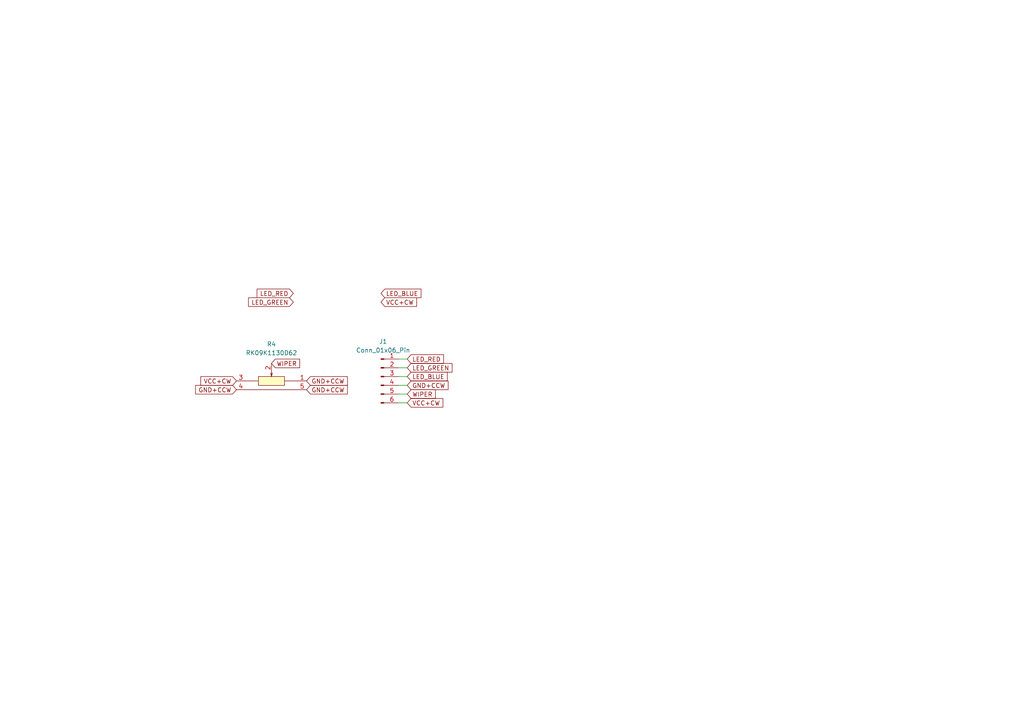
<source format=kicad_sch>
(kicad_sch (version 20250114) (generator "eeschema") (generator_version "9.0")
  (paper "A4")
  (title_block (title "Charge Potentiometer_RGB") (date "2026-02-20") (rev "Mk 0.1") (company "clectric.diy") (comment 1 "Copyright © 2026 clectric.diy Licensed under CERN-OHL-W v2") (comment 2 "Charles H. Leggett"))
  (lib_symbols
    (symbol "Connector:Conn_01x06_Pin" (pin_names (offset 1.016) (hide yes))
      (property "Reference" "J" (at 0 7.62 0))
      (property "Value" "Conn_01x06_Pin" (at 0 -10.16 0))
      (symbol "Conn_01x06_Pin_1_1"
        (rectangle (start 0.8636 5.207) (end 0 4.953) (stroke (width 0.1524)) (fill (type outline)))
        (rectangle (start 0.8636 2.667) (end 0 2.413) (stroke (width 0.1524)) (fill (type outline)))
        (rectangle (start 0.8636 0.127) (end 0 -0.127) (stroke (width 0.1524)) (fill (type outline)))
        (rectangle (start 0.8636 -2.413) (end 0 -2.667) (stroke (width 0.1524)) (fill (type outline)))
        (rectangle (start 0.8636 -4.953) (end 0 -5.207) (stroke (width 0.1524)) (fill (type outline)))
        (rectangle (start 0.8636 -7.493) (end 0 -7.747) (stroke (width 0.1524)) (fill (type outline)))
        (polyline (pts (xy 1.27 5.08) (xy 0.8636 5.08)) (stroke (width 0.1524)))
        (polyline (pts (xy 1.27 2.54) (xy 0.8636 2.54)) (stroke (width 0.1524)))
        (polyline (pts (xy 1.27 0) (xy 0.8636 0)) (stroke (width 0.1524)))
        (polyline (pts (xy 1.27 -2.54) (xy 0.8636 -2.54)) (stroke (width 0.1524)))
        (polyline (pts (xy 1.27 -5.08) (xy 0.8636 -5.08)) (stroke (width 0.1524)))
        (polyline (pts (xy 1.27 -7.62) (xy 0.8636 -7.62)) (stroke (width 0.1524)))
        (pin passive line (at 5.08 5.08 180) (length 3.81) (name "Pin_1") (number "1"))
        (pin passive line (at 5.08 2.54 180) (length 3.81) (name "Pin_2") (number "2"))
        (pin passive line (at 5.08 0 180) (length 3.81) (name "Pin_3") (number "3"))
        (pin passive line (at 5.08 -2.54 180) (length 3.81) (name "Pin_4") (number "4"))
        (pin passive line (at 5.08 -5.08 180) (length 3.81) (name "Pin_5") (number "5"))
        (pin passive line (at 5.08 -7.62 180) (length 3.81) (name "Pin_6") (number "6"))
      )
    )
    (symbol "clectric-diy:RK09K1130A8G" (pin_names (hide yes))
      (property "Reference" "R" (at 0 10.16 0))
      (property "Value" "RK09K1130A8G" (at 0 -7.62 0))
      (symbol "RK09K1130A8G_0_1"
        (polyline (pts (xy -7.62 -2.54) (xy 7.62 -2.54)))
        (rectangle (start -3.81 1.27) (end 3.81 -1.27) (fill (type background)))
        (polyline (pts (xy -3.81 0) (xy -7.62 0)))
        (polyline (pts (xy 0 2.54) (xy 0 2.54) (xy 0 1.27) (xy 0.25 2.29)))
        (polyline (pts (xy 0 1.27) (xy -0.25 2.29)))
        (polyline (pts (xy 3.81 0) (xy 7.62 0)))
        (pin unspecified line (at -10.16 0 0) (length 2.54) (name "3") (number "3"))
        (pin unspecified line (at -10.16 -2.54 0) (length 2.54) (name "EH") (number "4"))
        (pin unspecified line (at 0 5.08 270) (length 2.54) (name "2") (number "2"))
        (pin unspecified line (at 10.16 0 180) (length 2.54) (name "1") (number "1"))
        (pin unspecified line (at 10.16 -2.54 180) (length 2.54) (name "EH") (number "5"))
      )
    )
  )
  (wire (pts (xy 115.57 111.76) (xy 118.11 111.76)))
  (wire (pts (xy 115.57 109.22) (xy 118.11 109.22)))
  (wire (pts (xy 115.57 104.14) (xy 118.11 104.14)))
  (wire (pts (xy 115.57 114.3) (xy 118.11 114.3)))
  (wire (pts (xy 115.57 106.68) (xy 118.11 106.68)))
  (wire (pts (xy 115.57 116.84) (xy 118.11 116.84)))
  (global_label "LED_BLUE" (shape input) (at 118.11 109.22 0) (property "Intersheetrefs" "${INTERSHEET_REFS}" (effects (hide yes))))
  (global_label "LED_RED" (shape input) (at 85.09 85.09 180) (property "Intersheetrefs" "${INTERSHEET_REFS}" (effects (hide yes))))
  (global_label "LED_GREEN" (shape input) (at 85.09 87.63 180) (property "Intersheetrefs" "${INTERSHEET_REFS}" (effects (hide yes))))
  (global_label "WIPER" (shape input) (at 78.74 105.41 0) (property "Intersheetrefs" "${INTERSHEET_REFS}" (effects (hide yes))))
  (global_label "GND+CCW" (shape input) (at 118.11 111.76 0) (property "Intersheetrefs" "${INTERSHEET_REFS}" (effects (hide yes))))
  (global_label "LED_BLUE" (shape input) (at 110.49 85.09 0) (property "Intersheetrefs" "${INTERSHEET_REFS}" (effects (hide yes))))
  (global_label "GND+CCW" (shape input) (at 88.9 110.49 0) (property "Intersheetrefs" "${INTERSHEET_REFS}" (effects (hide yes))))
  (global_label "WIPER" (shape input) (at 118.11 114.3 0) (property "Intersheetrefs" "${INTERSHEET_REFS}" (effects (hide yes))))
  (global_label "LED_GREEN" (shape input) (at 118.11 106.68 0) (property "Intersheetrefs" "${INTERSHEET_REFS}" (effects (hide yes))))
  (global_label "GND+CCW" (shape input) (at 68.58 113.03 180) (property "Intersheetrefs" "${INTERSHEET_REFS}" (effects (hide yes))))
  (global_label "VCC+CW" (shape input) (at 68.58 110.49 180) (property "Intersheetrefs" "${INTERSHEET_REFS}" (effects (hide yes))))
  (global_label "VCC+CW" (shape input) (at 118.11 116.84 0) (property "Intersheetrefs" "${INTERSHEET_REFS}" (effects (hide yes))))
  (global_label "VCC+CW" (shape input) (at 110.49 87.63 0) (property "Intersheetrefs" "${INTERSHEET_REFS}" (effects (hide yes))))
  (global_label "GND+CCW" (shape input) (at 88.9 113.03 0) (property "Intersheetrefs" "${INTERSHEET_REFS}" (effects (hide yes))))
  (global_label "LED_RED" (shape input) (at 118.11 104.14 0) (property "Intersheetrefs" "${INTERSHEET_REFS}" (effects (hide yes))))
  (symbol (lib_id "clectric-diy:RK09K1130A8G") (at 78.74 110.49 0) (unit 1)
    (property "Reference" "R4" (at 78.74 99.822 0))
    (property "Value" "RK09K1130D62" (at 78.74 102.362 0))
    (property "Footprint" "clectric-diy:RES-TH_RK09K113004U" (effects (hide yes)))
    (property "LCSC Part" "C470294" (effects (hide yes)))
  )
  (symbol (lib_id "Connector:Conn_01x06_Pin") (at 110.49 109.22 0) (unit 1)
    (property "Reference" "J1" (at 111.125 99.06 0))
    (property "Value" "Conn_01x06_Pin" (at 111.125 101.6 0))
    (property "Footprint" "clectric-diy:HDR-TH_6P-P2.54-V-M-1" (effects (hide yes)))
    (property "Description" "Generic connector, single row, 01x06, script generated" (effects (hide yes)))
  )
)
</source>
